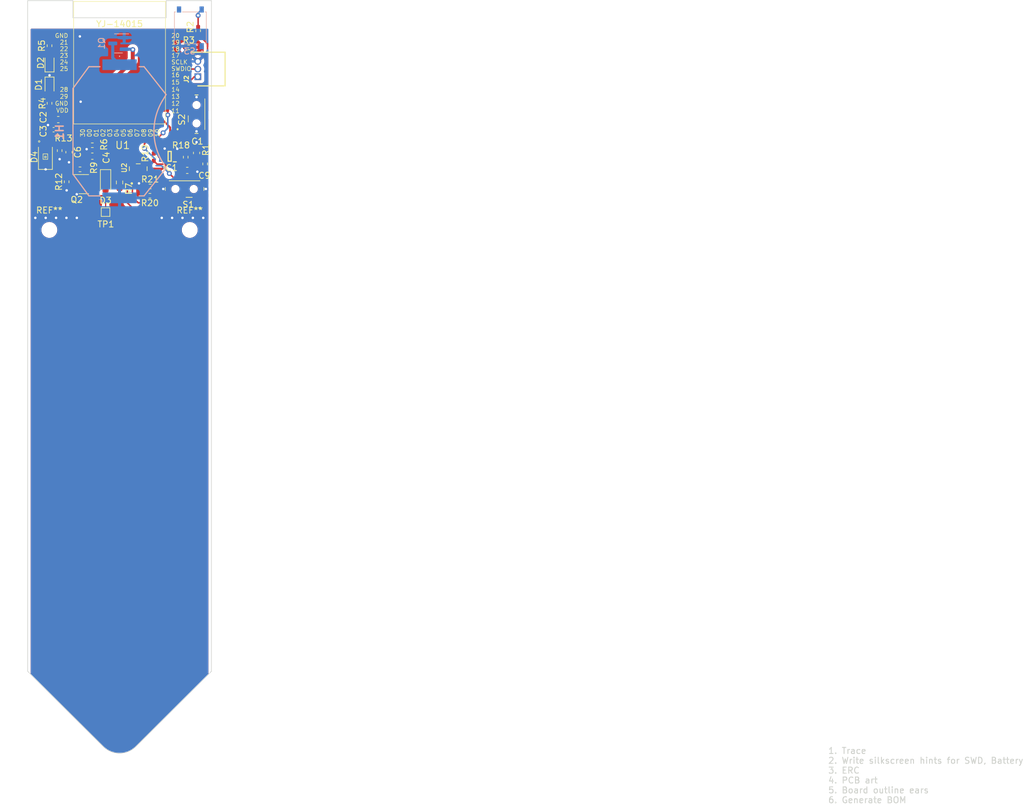
<source format=kicad_pcb>
(kicad_pcb (version 20221018) (generator pcbnew)
  (layers (0 "F.Cu" signal) (31 "B.Cu" signal) (34 "B.Paste" user) (35 "F.Paste" user) (36 "B.SilkS" user "B.Silkscreen") (37 "F.SilkS" user "F.Silkscreen") (38 "B.Mask" user) (39 "F.Mask" user) (44 "Edge.Cuts" user))
  (net 0 "")
  (net 1 "I2C_SCL")
  (net 2 "I2C_SDA")
  (net 4 "DISCHARGE")
  (net 5 "COMP_OUT")
  (net 6 "Net-(U2-+IN)")
  (net 7 "GND")
  (net 8 "PWM")
  (net 9 "PWR_SENSE")
  (net 10 "LIGHT_SENSE")
  (net 11 "C_Sense")
  (net 12 "SWDIO")
  (net 25 "CAP_SENSE")
  (net 28 "DISCHARGE_MANUAL")
  (net 33 "SIG_ALIVE")
  (net 34 "SWDIO{slash}nRESET")
  (net 35 "SWCLK")
  (net 40 "Net-(Q2-G)")
  (net 41 "nRESET")
  (net 42 "Net-(D1-A)")
  (net 43 "Net-(D2-A)")
  (net 44 "Net-(S3-COM_2)")
  (net 47 "Net-(Q1-D)")
  (footprint "LED_SMD:LED_0603_1608Metric" (layer "F.Cu") (at 49.75 46.136 -90)
    (fp_text reference "D1")
    (fp_text value "PWR_LED")
  )
  (footprint "Mad_PlantBug:MOLEX_530480310" (layer "F.Cu") (at 73.958 44.592 -90)
    (fp_text reference "J2")
    (fp_text value "Conn_01x03" hide)
  )
  (footprint "Capacitor_SMD:C_0603_1608Metric" (layer "F.Cu") (at 73.753 57.045 90)
    (fp_text reference "C1")
    (fp_text value "C_Debounce")
  )
  (footprint "LED_SMD:LED_0603_1608Metric" (layer "F.Cu") (at 49.75 42.326 90)
    (fp_text reference "D2")
    (fp_text value "ALIVE_LED")
  )
  (footprint "Resistor_SMD:R_0402_1005Metric_Pad0.72x0.64mm_HandSolder" (layer "F.Cu") (at 56.735 55.788 180)
    (fp_text reference "R6")
    (fp_text value "R_Discharge")
  )
  (footprint "Resistor_SMD:R_0402_1005Metric_Pad0.72x0.64mm_HandSolder" (layer "F.Cu") (at 74.007 37.0815 -90)
    (fp_text reference "R2")
    (fp_text value "R_Dump")
  )
  (footprint "Mad_PlantBug:TLV333-SOT95P280X145-5N" (layer "F.Cu") (at 64.228 59.6145 90)
    (fp_text reference "U2")
    (fp_text value "TLV333IDBVR")
  )
  (footprint "Mad_PlantBug:YJ-14015-Module" (layer "F.Cu") (at 61.18 52.30526)
    (fp_text reference "U1")
    (fp_text value "YJ-14015")
  )
  (footprint "Resistor_SMD:R_0402_1005Metric_Pad0.72x0.64mm_HandSolder" (layer "F.Cu") (at 51.401 56.664 -90)
    (fp_text reference "R13")
    (fp_text value "R_Sense")
  )
  (footprint "Resistor_SMD:R_0402_1005Metric_Pad0.72x0.64mm_HandSolder" (layer "F.Cu") (at 66.1705 62.519)
    (fp_text reference "R21")
    (fp_text value "R_Div")
  )
  (footprint "Mad_PlantBug:SOTFL50P160X60-6N" (layer "F.Cu") (at 69.359 57.5955 180)
    (fp_text reference "IC1")
    (fp_text value "TMP102AIDRLR" hide)
  )
  (footprint "Mad_PlantBug:D_SOD-323_HandSoldering" (layer "F.Cu") (at 58.894 61.777 -90)
    (fp_text reference "D3")
    (fp_text value "1N5819WS")
  )
  (footprint "Resistor_SMD:R_0402_1005Metric_Pad0.72x0.64mm_HandSolder" (layer "F.Cu") (at 49.75 39.532 -90)
    (fp_text reference "R5")
    (fp_text value "R_Inrush")
  )
  (footprint "Resistor_SMD:R_0603_1608Metric_Pad0.98x0.95mm_HandSolder" (layer "F.Cu") (at 61.18 61.8605 -90)
    (fp_text reference "R7")
    (fp_text value "R_Sense")
  )
  (footprint "Mad_PlantBug:ALS-PDIC15-21BTR8" (layer "F.Cu") (at 49.073 57.70475 90)
    (fp_text reference "D4")
    (fp_text value "ALS-PDIC15-21B")
  )
  (footprint "Capacitor_SMD:C_0603_1608Metric_Pad1.08x0.95mm_HandSolder" (layer "F.Cu") (at 51.1735 51.597 180)
    (fp_text reference "C2")
    (fp_text value "C_Dec")
  )
  (footprint "Capacitor_SMD:C_0603_1608Metric" (layer "F.Cu") (at 52.925 56.918 -90)
    (fp_text reference "C6")
    (fp_text value "C_Dec")
  )
  (footprint "Capacitor_SMD:C_0603_1608Metric" (layer "F.Cu") (at 56.735 57.566 180)
    (fp_text reference "C4")
    (fp_text value "C_Hold")
  )
  (footprint "MountingHole:MountingHole_2.1mm" (layer "F.Cu") (at 72.642 69.616)
    (fp_text reference "REF**")
    (fp_text value "MountingHole_2.1mm")
  )
  (footprint "Mad_PlantBug:SOT-23-3" (layer "F.Cu") (at 55.338 62.138)
    (fp_text reference "Q2")
    (fp_text value "YJL2302B")
  )
  (footprint "Capacitor_SMD:C_0603_1608Metric_Pad1.08x0.95mm_HandSolder" (layer "F.Cu") (at 72.229 59.8895)
    (fp_text reference "C9")
    (fp_text value "C_Bypass")
  )
  (footprint "TestPoint:TestPoint_Pad_1.0x1.0mm" (layer "F.Cu") (at 58.894 66.71)
    (fp_text reference "TP1")
    (fp_text value "Test_C_Sense")
  )
  (footprint "Resistor_SMD:R_0402_1005Metric_Pad0.72x0.64mm_HandSolder" (layer "F.Cu") (at 66.768 57.7305 90)
    (fp_text reference "R19")
    (fp_text value "R_Pullup")
  )
  (footprint "Resistor_SMD:R_0402_1005Metric_Pad0.72x0.64mm_HandSolder" (layer "F.Cu") (at 54.7265 59.725 180)
    (fp_text reference "R9")
    (fp_text value "R_Inrush")
  )
  (footprint "Resistor_SMD:R_0402_1005Metric_Pad0.72x0.64mm_HandSolder" (layer "F.Cu") (at 72.483 39.786)
    (fp_text reference "R3")
    (fp_text value "R_Pulldown")
  )
  (footprint "Resistor_SMD:R_0402_1005Metric_Pad0.72x0.64mm_HandSolder" (layer "F.Cu") (at 52.544 61.757 -90)
    (fp_text reference "R12")
    (fp_text value "R_Pulldown")
  )
  (footprint "Capacitor_SMD:C_0402_1005Metric" (layer "F.Cu") (at 50.413 53.248 180)
    (fp_text reference "C3")
    (fp_text value "C_extra")
  )
  (footprint "Resistor_SMD:R_0402_1005Metric_Pad0.72x0.64mm_HandSolder" (layer "F.Cu") (at 66.133 64.043 180)
    (fp_text reference "R20")
    (fp_text value "R_Div")
  )
  (footprint "Resistor_SMD:R_0402_1005Metric_Pad0.72x0.64mm_HandSolder" (layer "F.Cu") (at 75.15 58.836 90)
    (fp_text reference "R1")
    (fp_text value "R_Pullup")
  )
  (footprint "Mad_PlantBug:MSK12C02" (layer "F.Cu") (at 71.792 62.936 180)
    (fp_text reference "S1")
    (fp_text value "MSK12C02" hide)
  )
  (footprint "MountingHole:MountingHole_2.1mm" (layer "F.Cu") (at 49.718 69.616)
    (fp_text reference "REF**")
    (fp_text value "MountingHole_2.1mm")
  )
  (footprint "Resistor_SMD:R_0402_1005Metric_Pad0.72x0.64mm_HandSolder" (layer "F.Cu") (at 71.975 57.7305 90)
    (fp_text reference "R18")
    (fp_text value "R_Pullup")
  )
  (footprint "Mad_PlantBug:MSK12C02" (layer "F.Cu") (at 73.745 50.716 90)
    (fp_text reference "S2")
    (fp_text value "MSK12C02" hide)
  )
  (footprint "Resistor_SMD:R_0402_1005Metric_Pad0.72x0.64mm_HandSolder" (layer "F.Cu") (at 49.75 48.93 90)
    (fp_text reference "R4")
    (fp_text value "R_Led")
  )
  (footprint "Mad_PlantBug:MY203208" (layer "B.Cu") (at 61.18 53.506 -90)
    (fp_text reference "H1")
    (fp_text value "MY-2032-08" hide)
  )
  (footprint "Package_TO_SOT_SMD:SOT-23" (layer "B.Cu") (at 61.0045 39.151 180)
    (fp_text reference "Q1")
    (fp_text value "AO3401A")
  )
  (footprint "Mad_PlantBug:PTS526SK15SMTR2LFS" (layer "B.Cu") (at 72.737 36.611 90)
    (fp_text reference "S3")
    (fp_text value "PTS526" hide)
  )
  (gr_line (start 46.182 141.706) (end 46.182 32.166) (stroke (width 0.1)) (layer "Edge.Cuts"))
  (gr_line (start 53.56 32.166) (end 46.182 32.166) (stroke (width 0.1)) (layer "Edge.Cuts"))
  (gr_line (start 53.56 34.96) (end 53.56 32.166) (stroke (width 0.1)) (layer "Edge.Cuts"))
  (gr_line (start 76.182 141.706) (end 76.182 32.166) (stroke (width 0.1)) (layer "Edge.Cuts"))
  (gr_line (start 68.8 32.166) (end 68.8 34.96) (stroke (width 0.1)) (layer "Edge.Cuts"))
  (gr_line (start 58.512762 153.980365) (end 46.182 141.706) (stroke (width 0.1)) (layer "Edge.Cuts"))
  (gr_line (start 63.851238 153.980365) (end 76.182 141.706) (stroke (width 0.1)) (layer "Edge.Cuts"))
  (gr_arc (start 63.851238 153.980365) (mid 61.182 155.086) (end 58.512762 153.980365) (stroke (width 0.1)) (layer "Edge.Cuts"))
  (gr_line (start 76.18 32.166) (end 68.8 32.166) (stroke (width 0.1)) (layer "Edge.Cuts"))
  (gr_line (start 68.8 34.96) (end 53.56 34.96) (stroke (width 0.1)) (layer "Edge.Cuts"))
  (gr_text "1. Trace\n2. Write silkscreen hints for SWD, Battery\n3. ERC\n4. PCB art\n5. Board outline ears\n6. Generate BOM" (at 176.784 163.322) (layer "Edge.Cuts") (effects (font (size 1 1)) (justify left bottom)))
  (segment (start 71.0125 58.0955) (end 71.975 57.133) (width 0.25) (layer "F.Cu") (net 1))
  (segment (start 70.197 58.0955) (end 71.0125 58.0955) (width 0.25) (layer "F.Cu") (net 1))
  (segment (start 69.52752 48.85594) (end 68.67808 48.85594) (width 0.25) (layer "F.Cu") (net 1))
  (segment (start 70.07 50.2) (end 70.07 49.39842) (width 0.25) (layer "F.Cu") (net 1))
  (segment (start 70.578 50.708) (end 70.07 50.2) (width 0.25) (layer "F.Cu") (net 1))
  (segment (start 70.578 54.01) (end 70.578 50.708) (width 0.25) (layer "F.Cu") (net 1))
  (segment (start 71.975 57.133) (end 71.975 55.407) (width 0.25) (layer "F.Cu") (net 1))
  (segment (start 71.975 55.407) (end 70.578 54.01) (width 0.25) (layer "F.Cu") (net 1))
  (segment (start 70.07 49.39842) (end 69.52752 48.85594) (width 0.25) (layer "F.Cu") (net 1))
  (segment (start 67.53 54.518) (end 67.53 57.642) (width 0.25) (layer "F.Cu") (net 2))
  (segment (start 69.054 50.33168) (end 69.054 50.835) (width 0.25) (layer "F.Cu") (net 2))
  (segment (start 67.9835 58.0955) (end 68.521 58.0955) (width 0.25) (layer "F.Cu") (net 2))
  (segment (start 66.768 57.133) (end 67.478 57.133) (width 0.25) (layer "F.Cu") (net 2))
  (segment (start 67.478 57.133) (end 67.53 57.185) (width 0.25) (layer "F.Cu") (net 2))
  (segment (start 68.67808 49.95576) (end 69.054 50.33168) (width 0.25) (layer "F.Cu") (net 2))
  (segment (start 68.292 53.756) (end 67.53 54.518) (width 0.25) (layer "F.Cu") (net 2))
  (segment (start 67.53 57.642) (end 67.873 57.985) (width 0.25) (layer "F.Cu") (net 2))
  (segment (start 67.657 57.769) (end 67.9835 58.0955) (width 0.25) (layer "F.Cu") (net 2))
  (via (at 69.054 50.835) (size 0.8) (drill 0.4) (layers "F.Cu" "B.Cu") (net 2))
  (via (at 68.292 53.756) (size 0.8) (drill 0.4) (layers "F.Cu" "B.Cu") (net 2))
  (segment (start 68.292 53.756) (end 69.054 52.994) (width 0.25) (layer "B.Cu") (net 2))
  (segment (start 69.054 52.994) (end 69.054 50.835) (width 0.25) (layer "B.Cu") (net 2))
  (segment (start 69.054 50.835) (end 69.054 50.708) (width 0.25) (layer "B.Cu") (net 2))
  (segment (start 55.324 59.725) (end 56.481 59.725) (width 0.25) (layer "F.Cu") (net 4))
  (segment (start 56.481 59.725) (end 58.64 61.884) (width 0.25) (layer "F.Cu") (net 4))
  (segment (start 63.466 66.202) (end 70.832 66.202) (width 0.25) (layer "F.Cu") (net 4))
  (segment (start 58.64 61.884) (end 62.069 61.884) (width 0.25) (layer "F.Cu") (net 4))
  (segment (start 71.042 65.992) (end 71.042 64.786) (width 0.25) (layer "F.Cu") (net 4))
  (segment (start 70.832 66.202) (end 71.042 65.992) (width 0.25) (layer "F.Cu") (net 4))
  (segment (start 62.45 62.265) (end 62.45 65.186) (width 0.25) (layer "F.Cu") (net 4))
  (segment (start 62.45 65.186) (end 63.466 66.202) (width 0.25) (layer "F.Cu") (net 4))
  (segment (start 62.069 61.884) (end 62.45 62.265) (width 0.25) (layer "F.Cu") (net 4))
  (segment (start 63.278 64.236) (end 63.278 60.8695) (width 0.25) (layer "F.Cu") (net 5))
  (segment (start 64.228 65.186) (end 63.278 64.236) (width 0.25) (layer "F.Cu") (net 5))
  (segment (start 63.21475 60.93275) (end 63.278 60.8695) (width 0.25) (layer "F.Cu") (net 5))
  (segment (start 68.982 65.186) (end 64.228 65.186) (width 0.25) (layer "F.Cu") (net 5))
  (segment (start 69.382 64.786) (end 68.982 65.186) (width 0.25) (layer "F.Cu") (net 5))
  (segment (start 69.542 64.786) (end 69.382 64.786) (width 0.25) (layer "F.Cu") (net 5))
  (segment (start 65.5355 61.8465) (end 65.5355 64.043) (width 0.25) (layer "F.Cu") (net 6))
  (segment (start 65.178 60.8695) (end 65.178 61.489) (width 0.25) (layer "F.Cu") (net 6))
  (segment (start 65.178 61.489) (end 65.5355 61.8465) (width 0.25) (layer "F.Cu") (net 6))
  (segment (start 73.88 60.106) (end 73.6635 59.8895) (width 0.25) (layer "F.Cu") (net 7))
  (segment (start 49.115 59.725) (end 49.623 59.217) (width 0.25) (layer "F.Cu") (net 7))
  (segment (start 49.933 52.923) (end 49.496 52.486) (width 0.25) (layer "F.Cu") (net 7))
  (segment (start 52.544 62.3545) (end 52.544 63.154) (width 0.25) (layer "F.Cu") (net 7))
  (segment (start 72.695 47.266) (end 72.695 47.38) (width 0.25) (layer "F.Cu") (net 7))
  (segment (start 73.089 54.166) (end 73.745 53.51) (width 0.25) (layer "F.Cu") (net 7))
  (segment (start 68.342 63.986) (end 68.342 63.066) (width 0.25) (layer "F.Cu") (net 7))
  (segment (start 68.521 56.3585) (end 68.546 56.3335) (width 0.3) (layer "F.Cu") (net 7))
  (segment (start 68.521 57.0955) (end 68.521 56.3585) (width 0.3) (layer "F.Cu") (net 7))
  (segment (start 50.311 51.671) (end 49.496 52.486) (width 0.25) (layer "F.Cu") (net 7))
  (segment (start 70.197 57.5955) (end 70.7345 57.5955) (width 0.25) (layer "F.Cu") (net 7))
  (segment (start 56.1375 55.788) (end 56.1375 56.094) (width 0.25) (layer "F.Cu") (net 7))
  (segment (start 68.312 62.926) (end 67.195 64.043) (width 0.25) (layer "F.Cu") (net 7))
  (segment (start 64.228 60.8695) (end 64.228 61.884) (width 0.25) (layer "F.Cu") (net 7))
  (segment (start 48.5015 59.1115) (end 48.5015 58.80475) (width 0.25) (layer "F.Cu") (net 7))
  (segment (start 75.07 62.936) (end 75.242 63.108) (width 0.25) (layer "F.Cu") (net 7))
  (segment (start 73.6635 59.8895) (end 73.0915 59.8895) (width 0.25) (layer "F.Cu") (net 7))
  (segment (start 54.2005 63.7835) (end 54.195 63.789) (width 0.25) (layer "F.Cu") (net 7))
  (segment (start 70.959 57.371) (end 70.959 56.725044) (width 0.25) (layer "F.Cu") (net 7))
  (segment (start 51.401 57.2615) (end 51.401 58.061) (width 0.25) (layer "F.Cu") (net 7))
  (segment (start 54.65006 48.85594) (end 54.83 48.676) (width 0.5) (layer "F.Cu") (net 7))
  (segment (start 55.96 56.5745) (end 55.8085 56.423) (width 0.25) (layer "F.Cu") (net 7))
  (segment (start 49.623 59.217) (end 49.623 58.823) (width 0.25) (layer "F.Cu") (net 7))
  (segment (start 54.2005 63.088) (end 54.2005 63.7835) (width 0.25) (layer "F.Cu") (net 7))
  (segment (start 74.795 47.266) (end 74.401 47.266) (width 0.25) (layer "F.Cu") (net 7))
  (segment (start 70.959 56.725044) (end 70.604589 56.370633) (width 0.25) (layer "F.Cu") (net 7))
  (segment (start 64.228 61.884) (end 64.355 62.011) (width 0.25) (layer "F.Cu") (net 7))
  (segment (start 73.753 56.27) (end 73.753 55.394) (width 0.25) (layer "F.Cu") (net 7))
  (segment (start 75.242 62.764) (end 75.242 61.886) (width 0.25) (layer "F.Cu") (net 7))
  (segment (start 72.695 47.266) (end 73.089 47.266) (width 0.25) (layer "F.Cu") (net 7))
  (segment (start 68.342 61.886) (end 68.342 62.806) (width 0.25) (layer "F.Cu") (net 7))
  (segment (start 74.401 54.166) (end 73.745 53.51) (width 0.25) (layer "F.Cu") (net 7))
  (segment (start 73.089 47.266) (end 73.745 47.922) (width 0.25) (layer "F.Cu") (net 7))
  (segment (start 53.68192 37.85774) (end 54.55274 37.85774) (width 0.5) (layer "F.Cu") (net 7))
  (segment (start 53.68192 48.85594) (end 54.65006 48.85594) (width 0.5) (layer "F.Cu") (net 7))
  (segment (start 70.7345 57.5955) (end 70.959 57.371) (width 0.25) (layer "F.Cu") (net 7))
  (segment (start 49.75 43.1135) (end 49.75 44.358) (width 0.25) (layer "F.Cu") (net 7))
  (segment (start 56.1375 56.094) (end 55.8085 56.423) (width 0.25) (layer "F.Cu") (net 7))
  (segment (start 49.933 53.248) (end 49.933 52.923) (width 0.25) (layer "F.Cu") (net 7))
  (segment (start 55.96 57.566) (end 55.96 56.5745) (width 0.25) (layer "F.Cu") (net 7))
  (segment (start 54.55274 37.85774) (end 54.703 38.008) (width 0.5) (layer "F.Cu") (net 7))
  (segment (start 52.925 57.693) (end 52.925 58.569) (width 0.25) (layer "F.Cu") (net 7))
  (segment (start 72.695 54.166) (end 73.089 54.166) (width 0.25) (layer "F.Cu") (net 7))
  (segment (start 74.795 54.166) (end 74.401 54.166) (width 0.25) (layer "F.Cu") (net 7))
  (segment (start 75.242 63.108) (end 75.242 63.986) (width 0.25) (layer "F.Cu") (net 7))
  (segment (start 49.115 59.725) (end 48.5015 59.1115) (width 0.25) (layer "F.Cu") (net 7))
  (segment (start 73.0805 39.786) (end 73.0805 41.2145) (width 0.25) (layer "F.Cu") (net 7))
  (segment (start 74.401 47.266) (end 73.745 47.922) (width 0.25) (layer "F.Cu") (net 7))
  (segment (start 67.195 64.043) (end 66.7305 64.043) (width 0.25) (layer "F.Cu") (net 7))
  (segment (start 73.0805 41.2145) (end 73.958 42.092) (width 0.25) (layer "F.Cu") (net 7))
  (segment (start 50.311 51.597) (end 50.311 51.671) (width 0.25) (layer "F.Cu") (net 7))
  (segment (start 49.75 45.3485) (end 49.75 44.358) (width 0.25) (layer "F.Cu") (net 7))
  (via (at 49.115 59.725) (size 0.8) (drill 0.4) (layers "F.Cu" "B.Cu") (net 7))
  (via (at 54.202 67.65) (size 0.8) (drill 0.4) (layers "F.Cu" "B.Cu") (net 7))
  (via (at 52.5095 67.65) (size 0.8) (drill 0.4) (layers "F.Cu" "B.Cu") (net 7))
  (via (at 51.401 58.061) (size 0.8) (drill 0.4) (layers "F.Cu" "B.Cu") (net 7))
  (via (at 49.496 52.486) (size 0.8) (drill 0.4) (layers "F.Cu" "B.Cu") (net 7))
  (via (at 55.8085 56.423) (size 0.8) (drill 0.4) (layers "F.Cu" "B.Cu") (net 7))
  (via (at 68.312 62.926) (size 0.8) (drill 0.4) (layers "F.Cu" "B.Cu") (net 7))
  (via (at 54.195 63.789) (size 0.8) (drill 0.4) (layers "F.Cu" "B.Cu") (net 7))
  (via (at 47.432 67.65) (size 0.8) (drill 0.4) (layers "F.Cu" "B.Cu") (net 7))
  (via (at 49.75 44.358) (size 0.8) (drill 0.4) (layers "F.Cu" "B.Cu") (net 7))
  (via (at 73.745 53.51) (size 0.8) (drill 0.4) (layers "F.Cu" "B.Cu") (net 7))
  (via (at 69.7625 67.65) (size 0.8) (drill 0.4) (layers "F.Cu" "B.Cu") (net 7))
  (via (at 52.544 63.154) (size 0.8) (drill 0.4) (layers "F.Cu" "B.Cu") (net 7))
  (via (at 70.604589 56.370633) (size 0.8) (drill 0.4) (layers "F.Cu" "B.Cu") (net 7))
  (via (at 52.925 58.569) (size 0.8) (drill 0.4) (layers "F.Cu" "B.Cu") (net 7))
  (via (at 54.703 38.008) (size 0.8) (drill 0.4) (layers "F.Cu" "B.Cu") (net 7))
  (via (at 64.355 62.011) (size 0.8) (drill 0.4) (layers "F.Cu" "B.Cu") (net 7))
  (via (at 74.84 67.65) (size 0.8) (drill 0.4) (layers "F.Cu" "B.Cu") (net 7))
  (via (at 54.83 48.676) (size 0.8) (drill 0.4) (layers "F.Cu" "B.Cu") (net 7))
  (via (at 73.1475 67.65) (size 0.8) (drill 0.4) (layers "F.Cu" "B.Cu") (net 7))
  (via (at 73.88 60.106) (size 0.8) (drill 0.4) (layers "F.Cu" "B.Cu") (net 7))
  (via (at 68.07 67.65) (size 0.8) (drill 0.4) (layers "F.Cu" "B.Cu") (net 7))
  (via (at 71.455 67.65) (size 0.8) (drill 0.4) (layers "F.Cu" "B.Cu") (net 7))
  (via (at 73.753 55.28) (size 0.8) (drill 0.4) (layers "F.Cu" "B.Cu") (net 7))
  (via (at 49.1245 67.65) (size 0.8) (drill 0.4) (layers "F.Cu" "B.Cu") (net 7))
  (via (at 68.546 56.3335) (size 0.8) (drill 0.4) (layers "F.Cu" "B.Cu") (net 7))
  (via (at 50.817 67.65) (size 0.8) (drill 0.4) (layers "F.Cu" "B.Cu") (net 7))
  (via (at 73.745 47.922) (size 0.8) (drill 0.4) (layers "F.Cu" "B.Cu") (net 7))
  (via (at 75.262 62.926) (size 0.8) (drill 0.4) (layers "F.Cu" "B.Cu") (net 7))
  (segment (start 73.958 42.092) (end 72.63 42.092) (width 0.4) (layer "B.Cu") (net 7))
  (segment (start 72.63 42.092) (end 72.61 42.072) (width 0.4) (layer "B.Cu") (net 7))
  (segment (start 65.0281 52.30526) (end 65.0281 53.4639) (width 0.25) (layer "F.Cu") (net 8))
  (segment (start 62.98475 55.661) (end 62.831 55.661) (width 0.25) (layer "F.Cu") (net 8))
  (segment (start 61.434 60.948) (end 61.18 60.948) (width 0.25) (layer "F.Cu") (net 8))
  (segment (start 65.178 58.3595) (end 65.178 57.85425) (width 0.25) (layer "F.Cu") (net 8))
  (segment (start 65.178 57.85425) (end 62.98475 55.661) (width 0.25) (layer "F.Cu") (net 8))
  (segment (start 65.0281 53.4639) (end 61.307 57.185) (width 0.25) (layer "F.Cu") (net 8))
  (segment (start 61.307 57.185) (end 61.307 60.9865) (width 0.25) (layer "F.Cu") (net 8))
  (segment (start 69.435 58.371) (end 69.435 58.3655) (width 0.25) (layer "F.Cu") (net 9))
  (segment (start 69.435 52.867) (end 60.9895 44.4215) (width 0.3) (layer "F.Cu") (net 9))
  (segment (start 69.435 57.3495) (end 69.189 57.5955) (width 0.3) (layer "F.Cu") (net 9))
  (segment (start 69.435 58.3655) (end 69.435 52.867) (width 0.3) (layer "F.Cu") (net 9))
  (segment (start 52.036 53.248) (end 52.0995 53.1845) (width 0.25) (layer "F.Cu") (net 9))
  (segment (start 63.339 41.945) (end 60.9895 44.2945) (width 0.65) (layer "F.Cu") (net 9))
  (segment (start 63.339 40.167) (end 63.339 41.945) (width 0.65) (layer "F.Cu") (net 9))
  (segment (start 55.32824 49.95576) (end 53.68192 49.95576) (width 0.5) (layer "F.Cu") (net 9))
  (segment (start 52.0995 53.1845) (end 53.7505 51.5335) (width 0.3) (layer "F.Cu") (net 9))
  (segment (start 71.3665 59.8895) (end 70.959 59.8895) (width 0.25) (layer "F.Cu") (net 9))
  (segment (start 69.6255 58.556) (end 69.435 58.3655) (width 0.25) (layer "F.Cu") (net 9))
  (segment (start 51.02 54.264) (end 52.0995 53.1845) (width 0.3) (layer "F.Cu") (net 9))
  (segment (start 48.975 54.264) (end 51.02 54.264) (width 0.3) (layer "F.Cu") (net 9))
  (segment (start 74.7315 59.3065) (end 74.2985 58.8735) (width 0.25) (layer "F.Cu") (net 9))
  (segment (start 66.768 62.519) (end 66.768 61.038) (width 0.25) (layer "F.Cu") (net 9))
  (segment (start 55.592 49.692) (end 55.32824 49.95576) (width 0.65) (layer "F.Cu") (net 9))
  (segment (start 52.036 51.597) (end 53.687 51.597) (width 0.25) (layer "F.Cu") (net 9))
  (segment (start 50.17826 49.95576) (end 49.75 49.5275) (width 0.25) (layer "F.Cu") (net 9))
  (segment (start 63.278 58.3595) (end 63.278 58.775) (width 0.25) (layer "F.Cu") (net 9))
  (segment (start 67.3135 58.8735) (end 68.9325 58.8735) (width 0.25) (layer "F.Cu") (net 9))
  (segment (start 53.68192 49.95576) (end 50.17826 49.95576) (width 0.25) (layer "F.Cu") (net 9))
  (segment (start 53.7505 51.5335) (end 55.592 49.692) (width 0.3) (layer "F.Cu") (net 9))
  (segment (start 57.3319 51.4319) (end 55.592 49.692) (width 0.2) (layer "F.Cu") (net 9))
  (segment (start 69.943 58.8735) (end 69.6255 58.556) (width 0.25) (layer "F.Cu") (net 9))
  (segment (start 48.5015 54.7375) (end 48.975 54.264) (width 0.3) (layer "F.Cu") (net 9))
  (segment (start 75.277 59.3065) (end 74.7315 59.3065) (width 0.25) (layer "F.Cu") (net 9))
  (segment (start 69.189 57.5955) (end 68.521 57.5955) (width 0.3) (layer "F.Cu") (net 9))
  (segment (start 71.975 58.328) (end 71.4295 58.8735) (width 0.25) (layer "F.Cu") (net 9))
  (segment (start 63.278 58.775) (end 64.101 59.598) (width 0.3) (layer "F.Cu") (net 9))
  (segment (start 74.2985 58.8735) (end 71.213 58.8735) (width 0.25) (layer "F.Cu") (net 9))
  (segment (start 69.24725 58.55875) (end 69.435 58.371) (width 0.25) (layer "F.Cu") (net 9))
  (segment (start 66.768 61.038) (end 69.24725 58.55875) (width 0.25) (layer "F.Cu") (net 9))
  (segment (start 55.9095 49.3745) (end 55.592 49.692) (width 0.65) (layer "F.Cu") (net 9))
  (segment (start 68.9325 58.8735) (end 69.24725 58.55875) (width 0.25) (layer "F.Cu") (net 9))
  (segment (start 50.893 53.248) (end 52.036 53.248) (width 0.25) (layer "F.Cu") (net 9))
  (segment (start 66.768 58.328) (end 67.3135 58.8735) (width 0.25) (layer "F.Cu") (net 9))
  (segment (start 57.3319 52.30526) (end 57.3319 51.4319) (width 0.2) (layer "F.Cu") (net 9))
  (segment (start 70.959 59.8895) (end 69.6255 58.556) (width 0.25) (layer "F.Cu") (net 9))
  (segment (start 48.5015 55.3305) (end 48.5015 54.7375) (width 0.3) (layer "F.Cu") (net 9))
  (segment (start 71.4295 58.8735) (end 69.943 58.8735) (width 0.25) (layer "F.Cu") (net 9))
  (segment (start 60.9895 44.2945) (end 55.9095 49.3745) (width 0.65) (layer "F.Cu") (net 9))
  (segment (start 48.5015 56.05375) (end 48.5015 55.42375) (width 0.3) (layer "F.Cu") (net 9))
  (segment (start 68.2025 59.598) (end 69.435 58.3655) (width 0.3) (layer "F.Cu") (net 9))
  (segment (start 53.687 51.597) (end 53.7505 51.5335) (width 0.25) (layer "F.Cu") (net 9))
  (segment (start 60.9895 44.4215) (end 60.9895 44.2945) (width 0.3) (layer "F.Cu") (net 9))
  (segment (start 64.101 59.598) (end 68.2025 59.598) (width 0.3) (layer "F.Cu") (net 9))
  (via (at 63.339 40.167) (size 0.8) (drill 0.4) (layers "F.Cu" "B.Cu") (net 9))
  (segment (start 61.942 40.101) (end 63.273 40.101) (width 0.5) (layer "B.Cu") (net 9))
  (segment (start 63.273 40.101) (end 63.339 40.167) (width 0.5) (layer "B.Cu") (net 9))
  (segment (start 59.783 54.01) (end 60.63136 53.16164) (width 0.25) (layer "F.Cu") (net 10))
  (segment (start 52.925 56.143) (end 52.925 54.137) (width 0.25) (layer "F.Cu") (net 10))
  (segment (start 52.544 54.01) (end 59.783 54.01) (width 0.25) (layer "F.Cu") (net 10))
  (segment (start 52.925 54.137) (end 53.052 54.01) (width 0.25) (layer "F.Cu") (net 10))
  (segment (start 60.63136 53.16164) (end 60.63136 52.30526) (width 0.25) (layer "F.Cu") (net 10))
  (segment (start 51.401 55.153) (end 52.544 54.01) (width 0.25) (layer "F.Cu") (net 10))
  (segment (start 50.50025 56.05375) (end 51.5915 54.9625) (width 0.25) (layer "F.Cu") (net 10))
  (segment (start 49.623 56.05375) (end 50.50025 56.05375) (width 0.25) (layer "F.Cu") (net 10))
  (segment (start 51.401 56.0665) (end 51.401 55.153) (width 0.25) (layer "F.Cu") (net 10))
  (segment (start 58.894 68.378) (end 58.894 66.71) (width 0.2) (layer "F.Cu") (net 11))
  (segment (start 61.18 62.773) (end 61.18 63.408) (width 0.25) (layer "F.Cu") (net 11))
  (segment (start 59.275 64.043) (end 58.894 63.662) (width 0.25) (layer "F.Cu") (net 11))
  (segment (start 60.545 64.043) (end 59.275 64.043) (width 0.25) (layer "F.Cu") (net 11))
  (segment (start 58.513 64.043) (end 58.894 63.662) (width 0.25) (layer "F.Cu") (net 11))
  (segment (start 56.4755 63.2755) (end 57.243 64.043) (width 0.25) (layer "F.Cu") (net 11))
  (segment (start 61.18 63.408) (end 60.545 64.043) (width 0.25) (layer "F.Cu") (net 11))
  (segment (start 56.4755 62.138) (end 56.4755 63.2755) (width 0.25) (layer "F.Cu") (net 11))
  (segment (start 61.18 70.664) (end 58.894 68.378) (width 0.2) (layer "F.Cu") (net 11))
  (segment (start 61.18 80.506) (end 61.18 140.506) (width 14) (layer "F.Cu") (net 11))
  (segment (start 58.894 63.662) (end 58.894 63.027) (width 0.25) (layer "F.Cu") (net 11))
  (segment (start 57.243 64.043) (end 58.513 64.043) (width 0.25) (layer "F.Cu") (net 11))
  (segment (start 58.907 66.583) (end 58.907 62.6825) (width 0.2) (layer "F.Cu") (net 11))
  (segment (start 61.18 77.176) (end 61.18 70.664) (width 0.2) (layer "F.Cu") (net 11))
  (segment (start 58.907 63.04) (end 58.894 63.027) (width 0.25) (layer "F.Cu") (net 11))
  (segment (start 71.895 48.466) (end 71.895 46.171) (width 0.25) (layer "F.Cu") (net 12))
  (segment (start 73.392 44.592) (end 73.958 44.592) (width 0.25) (layer "F.Cu") (net 12))
  (segment (start 71.903 46.647) (end 71.903 46.081) (width 0.25) (layer "F.Cu") (net 12))
  (segment (start 71.903 46.081) (end 73.392 44.592) (width 0.25) (layer "F.Cu") (net 12))
  (segment (start 58.64 57.566) (end 58.894 57.312) (width 0.25) (layer "F.Cu") (net 25))
  (segment (start 58.894 56.804) (end 60.164 55.534) (width 0.25) (layer "F.Cu") (net 25))
  (segment (start 57.3325 55.788) (end 59.91 55.788) (width 0.25) (layer "F.Cu") (net 25))
  (segment (start 59.91 55.788) (end 60.164 55.534) (width 0.25) (layer "F.Cu") (net 25))
  (segment (start 61.72864 53.96936) (end 61.72864 52.30526) (width 0.25) (layer "F.Cu") (net 25))
  (segment (start 58.894 57.312) (end 58.894 56.804) (width 0.25) (layer "F.Cu") (net 25))
  (segment (start 58.894 60.527) (end 58.894 57.312) (width 0.25) (layer "F.Cu") (net 25))
  (segment (start 60.164 55.534) (end 61.72864 53.96936) (width 0.25) (layer "F.Cu") (net 25))
  (segment (start 57.51 57.566) (end 58.64 57.566) (width 0.25) (layer "F.Cu") (net 25))
  (segment (start 65.244 55.534) (end 65.244 56.296) (width 0.25) (layer "F.Cu") (net 28))
  (segment (start 69.308 60.3975) (end 71.792 62.8815) (width 0.25) (layer "F.Cu") (net 28))
  (segment (start 65.996 52.43718) (end 66.12792 52.30526) (width 0.25) (layer "F.Cu") (net 28))
  (segment (start 66.12792 52.30526) (end 66.12792 54.65008) (width 0.25) (layer "F.Cu") (net 28))
  (segment (start 71.792 64.079) (end 72.499 64.786) (width 0.25) (layer "F.Cu") (net 28))
  (segment (start 71.792 62.8815) (end 71.792 64.079) (width 0.25) (layer "F.Cu") (net 28))
  (segment (start 66.12792 54.65008) (end 65.244 55.534) (width 0.25) (layer "F.Cu") (net 28))
  (segment (start 69.435 60.3975) (end 69.435 60.3975) (width 0.25) (layer "F.Cu") (net 28))
  (segment (start 69.308 60.3975) (end 69.435 60.3975) (width 0.25) (layer "F.Cu") (net 28))
  (segment (start 72.499 64.786) (end 74.042 64.786) (width 0.25) (layer "F.Cu") (net 28))
  (via (at 65.244 56.296) (size 0.8) (drill 0.4) (layers "F.Cu" "B.Cu") (net 28))
  (via (at 69.308 60.3975) (size 0.8) (drill 0.4) (layers "F.Cu" "B.Cu") (net 28))
  (segment (start 69.308 60.3975) (end 68.038 59.1275) (width 0.25) (layer "B.Cu") (net 28))
  (segment (start 68.038 59.1275) (end 67.149 59.1275) (width 0.25) (layer "B.Cu") (net 28))
  (segment (start 67.022 58.074) (end 65.244 56.296) (width 0.25) (layer "B.Cu") (net 28))
  (segment (start 53.68192 38.95756) (end 49.77306 38.95756) (width 0.25) (layer "F.Cu") (net 33))
  (segment (start 49.77306 38.95756) (end 49.75 38.9345) (width 0.25) (layer "F.Cu") (net 33))
  (segment (start 70.832 49.605) (end 71.193 49.966) (width 0.25) (layer "F.Cu") (net 34))
  (segment (start 69.52752 43.35684) (end 70.832 44.66132) (width 0.25) (layer "F.Cu") (net 34))
  (segment (start 71.193 49.966) (end 71.895 49.966) (width 0.25) (layer "F.Cu") (net 34))
  (segment (start 68.67808 43.35684) (end 69.52752 43.35684) (width 0.25) (layer "F.Cu") (net 34))
  (segment (start 70.832 44.66132) (end 70.832 49.605) (width 0.25) (layer "F.Cu") (net 34))
  (segment (start 71.39802 42.25702) (end 72.483 43.342) (width 0.25) (layer "F.Cu") (net 35))
  (segment (start 68.67808 42.25702) (end 71.39802 42.25702) (width 0.25) (layer "F.Cu") (net 35))
  (segment (start 71.8855 41.76954) (end 71.39802 42.25702) (width 0.25) (layer "F.Cu") (net 35))
  (segment (start 71.8855 39.786) (end 71.8855 41.76954) (width 0.25) (layer "F.Cu") (net 35))
  (segment (start 72.483 43.342) (end 73.958 43.342) (width 0.25) (layer "F.Cu") (net 35))
  (segment (start 54.129 59.725) (end 54.129 61.1165) (width 0.25) (layer "F.Cu") (net 40))
  (segment (start 54.129 61.1165) (end 54.2005 61.188) (width 0.25) (layer "F.Cu") (net 40))
  (segment (start 54.172 61.1595) (end 54.2005 61.188) (width 0.25) (layer "F.Cu") (net 40))
  (segment (start 52.544 61.1595) (end 54.172 61.1595) (width 0.25) (layer "F.Cu") (net 40))
  (segment (start 75.523 51.589) (end 74.777 50.843) (width 0.25) (layer "F.Cu") (net 41))
  (segment (start 74.777 50.843) (end 72.626 50.843) (width 0.25) (layer "F.Cu") (net 41))
  (segment (start 74.007 37.679) (end 75.547 39.219) (width 0.25) (layer "F.Cu") (net 41))
  (segment (start 74.769 57.439) (end 75.523 56.685) (width 0.25) (layer "F.Cu") (net 41))
  (segment (start 75.547 39.219) (end 75.547 39.659) (width 0.25) (layer "F.Cu") (net 41))
  (segment (start 75.15 57.82) (end 74.769 57.439) (width 0.25) (layer "F.Cu") (net 41))
  (segment (start 75.15 58.2385) (end 75.15 57.82) (width 0.25) (layer "F.Cu") (net 41))
  (segment (start 75.539 50.081) (end 74.777 50.843) (width 0.25) (layer "F.Cu") (net 41))
  (segment (start 75.523 56.685) (end 75.523 51.589) (width 0.25) (layer "F.Cu") (net 41))
  (segment (start 75.539 39.084) (end 75.539 50.081) (width 0.25) (layer "F.Cu") (net 41))
  (segment (start 72.626 50.843) (end 71.895 51.574) (width 0.25) (layer "F.Cu") (net 41))
  (segment (start 73.753 57.82) (end 74.388 57.82) (width 0.25) (layer "F.Cu") (net 41))
  (segment (start 71.895 51.574) (end 71.895 52.966) (width 0.25) (layer "F.Cu") (net 41))
  (segment (start 74.388 57.82) (end 74.769 57.439) (width 0.25) (layer "F.Cu") (net 41))
  (segment (start 49.75 48.3325) (end 49.75 46.9235) (width 0.25) (layer "F.Cu") (net 42))
  (segment (start 49.75 40.1295) (end 49.75 41.5385) (width 0.25) (layer "F.Cu") (net 43))
  (segment (start 74.007 34.579) (end 74.007 36.484) (width 0.25) (layer "F.Cu") (net 44))
  (via (at 74.007 34.579) (size 0.8) (drill 0.4) (layers "F.Cu" "B.Cu") (net 44))
  (segment (start 74.007 34.579) (end 74.007 34.191) (width 0.25) (layer "B.Cu") (net 44))
  (segment (start 74.007 34.191) (end 74.587 33.611) (width 0.25) (layer "B.Cu") (net 44))
  (segment (start 61.18 42.631) (end 60.067 41.518) (width 0.5) (layer "B.Cu") (net 47))
  (segment (start 60.067 41.518) (end 60.067 39.151) (width 0.5) (layer "B.Cu") (net 47))
  (zone (net 7) (net_name "GND") (layer "F.Cu") (connect_pads (clearance 0.5)) (min_thickness 0.25) (fill yes (thermal_gap 0.5) (thermal_bridge_width 0.5))
    (polygon (pts (xy 75.68 155.506) (xy 46.68 155.506) (xy 46.68 36.751) (xy 75.68 36.751)))
  )
  (zone (net 7) (net_name "GND") (layer "B.Cu") (connect_pads (clearance 0.5)) (min_thickness 0.25) (fill yes (thermal_gap 0.5) (thermal_bridge_width 0.5))
    (polygon (pts (xy 75.68 155.506) (xy 46.68 155.506) (xy 46.68 36.751) (xy 75.68 36.751)))
  )
)
</source>
